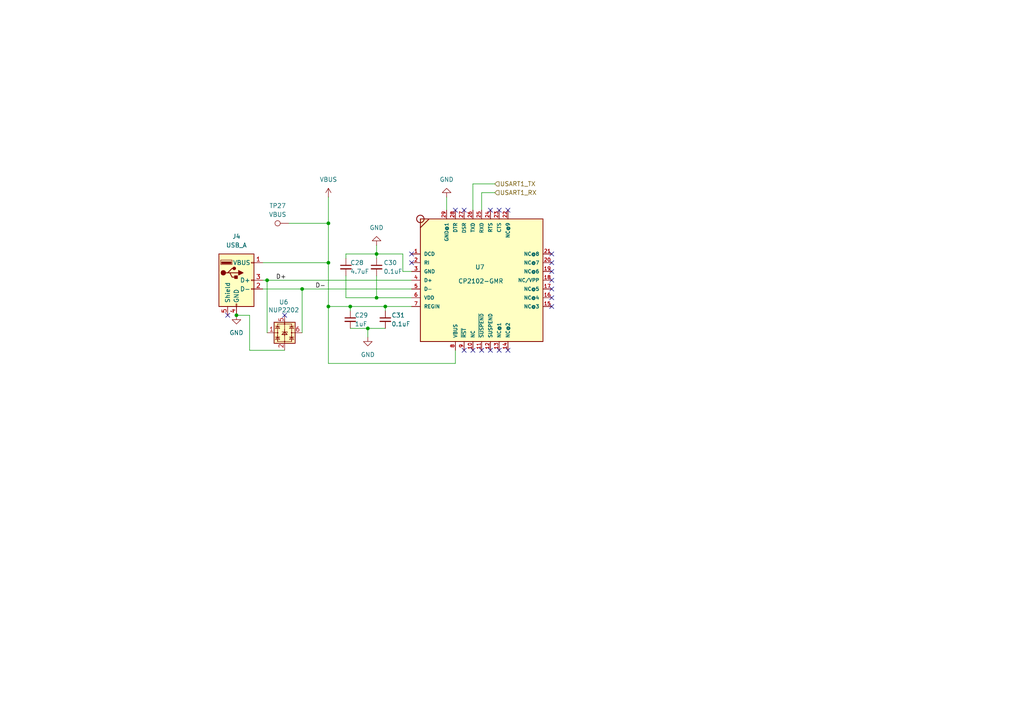
<source format=kicad_sch>
(kicad_sch (version 20231120) (generator "eeschema") (generator_version "8.0")
  (paper "A4")
  (lib_symbols
    (symbol "Connector:TestPoint" (pin_numbers hide) (pin_names (offset 0.762) hide)
      (property "Reference" "TP" (at 0 6.858 0))
      (property "Value" "TestPoint" (at 0 5.08 0))
      (symbol "TestPoint_0_1"
        (circle (center 0 3.302) (radius 0.762))
      )
      (symbol "TestPoint_1_1"
        (pin passive line (at 0 0 90) (length 2.54) (name "1") (number "1"))
      )
    )
    (symbol "Connector:USB_A" (pin_names (offset 1.016))
      (property "Reference" "J4" (at 0 12.7 0))
      (property "Value" "USB_A" (at 0 10.16 0))
      (symbol "USB_A_0_1"
        (rectangle (start -5.08 -7.62) (end 5.08 7.62) (stroke (width 0.254)) (fill (type background)))
        (circle (center -3.81 2.159) (radius 0.635) (stroke (width 0.254)) (fill (type outline)))
        (rectangle (start -1.524 4.826) (end -4.318 5.334) (fill (type outline)))
        (rectangle (start -1.27 4.572) (end -4.572 5.842))
        (circle (center -0.635 3.429) (radius 0.381) (stroke (width 0.254)) (fill (type outline)))
        (rectangle (start -0.127 -7.62) (end 0.127 -6.858))
        (polyline (pts (xy -3.175 2.159) (xy -2.54 2.159) (xy -1.27 3.429) (xy -0.635 3.429)) (stroke (width 0.254)))
        (polyline (pts (xy -2.54 2.159) (xy -1.905 2.159) (xy -1.27 0.889) (xy 0 0.889)) (stroke (width 0.254)))
        (polyline (pts (xy 0.635 2.794) (xy 0.635 1.524) (xy 1.905 2.159) (xy 0.635 2.794)) (stroke (width 0.254)) (fill (type outline)))
        (rectangle (start 0.254 1.27) (end -0.508 0.508) (stroke (width 0.254)) (fill (type outline)))
        (rectangle (start 5.08 -2.667) (end 4.318 -2.413))
        (rectangle (start 5.08 -0.127) (end 4.318 0.127))
        (rectangle (start 5.08 4.953) (end 4.318 5.207))
      )
      (symbol "USB_A_1_1"
        (polyline (pts (xy -1.905 2.159) (xy 0.635 2.159)) (stroke (width 0.254)))
        (pin power_out line (at 7.62 5.08 180) (length 2.54) (name "VBUS") (number "1"))
        (pin bidirectional line (at 7.62 -2.54 180) (length 2.54) (name "D-") (number "2"))
        (pin bidirectional line (at 7.62 0 180) (length 2.54) (name "D+") (number "3"))
        (pin power_in line (at 0 -10.16 90) (length 2.54) (name "GND") (number "4"))
        (pin passive line (at -2.54 -10.16 90) (length 2.54) (name "Shield") (number "5"))
      )
    )
    (symbol "Device:C_Small" (pin_numbers hide) (pin_names (offset 0.254) hide)
      (property "Reference" "C" (at 0.254 1.778 0))
      (property "Value" "C_Small" (at 0.254 -2.032 0))
      (symbol "C_Small_0_1"
        (polyline (pts (xy -1.524 -0.508) (xy 1.524 -0.508)) (stroke (width 0.3302)))
        (polyline (pts (xy -1.524 0.508) (xy 1.524 0.508)) (stroke (width 0.3048)))
      )
      (symbol "C_Small_1_1"
        (pin passive line (at 0 2.54 270) (length 2.032) (name "~") (number "1"))
        (pin passive line (at 0 -2.54 90) (length 2.032) (name "~") (number "2"))
      )
    )
    (symbol "EinkComponentLibrary:INTERFACE-CP2102-GMR_QFN28_" (pin_names (offset 1.016))
      (property "Reference" "U" (at -17.8087 20.3528 0))
      (property "Value" "INTERFACE-CP2102-GMR_QFN28_" (at -14.986 -3.302 0))
      (symbol "INTERFACE-CP2102-GMR_QFN28__0_0"
        (circle (center -17.78 17.78) (radius 1.0776) (stroke (width 0.254)))
        (rectangle (start -17.78 17.78) (end 17.78 -17.78) (stroke (width 0.254)) (fill (type background)))
        (polyline (pts (xy -17.78 15.24) (xy -15.24 17.78)) (stroke (width 0.254)))
        (pin bidirectional line (at -20.32 7.62 0) (length 2.54) (name "DCD") (number "1"))
        (pin bidirectional line (at -2.54 -20.32 90) (length 2.54) (name "NC") (number "10"))
        (pin bidirectional line (at 0 -20.32 90) (length 2.54) (name "~{SUSPEND}") (number "11"))
        (pin bidirectional line (at 2.54 -20.32 90) (length 2.54) (name "SUSPEND") (number "12"))
        (pin bidirectional line (at 5.08 -20.32 90) (length 2.54) (name "NC@1") (number "13"))
        (pin bidirectional line (at 7.62 -20.32 90) (length 2.54) (name "NC@2") (number "14"))
        (pin bidirectional line (at 20.32 -7.62 180) (length 2.54) (name "NC@3") (number "15"))
        (pin bidirectional line (at 20.32 -5.08 180) (length 2.54) (name "NC@4") (number "16"))
        (pin bidirectional line (at 20.32 -2.54 180) (length 2.54) (name "NC@5") (number "17"))
        (pin bidirectional line (at 20.32 0 180) (length 2.54) (name "NC/VPP") (number "18"))
        (pin bidirectional line (at 20.32 2.54 180) (length 2.54) (name "NC@6") (number "19"))
        (pin bidirectional line (at -20.32 5.08 0) (length 2.54) (name "RI") (number "2"))
        (pin bidirectional line (at 20.32 5.08 180) (length 2.54) (name "NC@7") (number "20"))
        (pin bidirectional line (at 20.32 7.62 180) (length 2.54) (name "NC@8") (number "21"))
        (pin bidirectional line (at 7.62 20.32 270) (length 2.54) (name "NC@9") (number "22"))
        (pin bidirectional line (at 5.08 20.32 270) (length 2.54) (name "CTS") (number "23"))
        (pin bidirectional line (at 2.54 20.32 270) (length 2.54) (name "RTS") (number "24"))
        (pin bidirectional line (at 0 20.32 270) (length 2.54) (name "RXD") (number "25"))
        (pin bidirectional line (at -2.54 20.32 270) (length 2.54) (name "TXD") (number "26"))
        (pin bidirectional line (at -5.08 20.32 270) (length 2.54) (name "DSR") (number "27"))
        (pin bidirectional line (at -7.62 20.32 270) (length 2.54) (name "DTR") (number "28"))
        (pin bidirectional line (at -10.16 20.32 270) (length 2.54) (name "GND@1") (number "29"))
        (pin bidirectional line (at -20.32 2.54 0) (length 2.54) (name "GND") (number "3"))
        (pin bidirectional line (at -20.32 0 0) (length 2.54) (name "D+") (number "4"))
        (pin bidirectional line (at -20.32 -2.54 0) (length 2.54) (name "D-") (number "5"))
        (pin bidirectional line (at -20.32 -5.08 0) (length 2.54) (name "VDD") (number "6"))
        (pin bidirectional line (at -20.32 -7.62 0) (length 2.54) (name "REGIN") (number "7"))
        (pin bidirectional line (at -7.62 -20.32 90) (length 2.54) (name "VBUS") (number "8"))
        (pin bidirectional line (at -5.08 -20.32 90) (length 2.54) (name "~{RST}") (number "9"))
      )
    )
    (symbol "Power_Protection:NUP2202"
      (property "Reference" "U" (at -5.334 -2.54 0))
      (property "Value" "NUP2202" (at 6.35 1.27 90))
      (symbol "NUP2202_0_1"
        (rectangle (start -3.048 3.048) (end 3.048 -3.048) (stroke (width 0.254)) (fill (type background)))
        (circle (center -2.032 0) (radius 0.127))
        (circle (center -2.032 0) (radius 0.127))
        (circle (center 0 -2.54) (radius 0.127))
        (polyline (pts (xy -2.667 -1.27) (xy -1.397 -1.27)))
        (polyline (pts (xy -2.667 -1.27) (xy -1.397 -1.27)))
        (polyline (pts (xy -2.667 1.905) (xy -1.397 1.905)))
        (polyline (pts (xy -2.54 0) (xy -2.032 0)))
        (polyline (pts (xy -2.032 -2.54) (xy -2.032 -0.635)))
        (polyline (pts (xy -2.032 -2.54) (xy -2.032 -0.635)))
        (polyline (pts (xy -2.032 0.635) (xy -2.032 -0.635)))
        (polyline (pts (xy -2.032 0.635) (xy -2.032 2.54)))
        (polyline (pts (xy -2.032 2.54) (xy 2.032 2.54)))
        (polyline (pts (xy -0.762 0.254) (xy 0.762 0.254)))
        (polyline (pts (xy 0 -0.889) (xy 0 -2.54)))
        (polyline (pts (xy 0 -0.889) (xy 0 1.016)))
        (polyline (pts (xy 0 -0.889) (xy 0 1.016)))
        (polyline (pts (xy 0 1.016) (xy 0 3.81)))
        (polyline (pts (xy 0.762 0) (xy 0.762 0.254)))
        (polyline (pts (xy 1.397 -1.27) (xy 2.667 -1.27)))
        (polyline (pts (xy 1.397 -1.27) (xy 2.667 -1.27)))
        (polyline (pts (xy 1.397 1.905) (xy 2.667 1.905)))
        (polyline (pts (xy 2.032 -2.54) (xy -2.032 -2.54)))
        (polyline (pts (xy 2.032 -2.54) (xy 2.032 -0.635)))
        (polyline (pts (xy 2.032 -2.54) (xy 2.032 -0.635)))
        (polyline (pts (xy 2.032 0) (xy 2.54 0)))
        (polyline (pts (xy 2.032 0.635) (xy 2.032 -0.635)))
        (polyline (pts (xy 2.032 0.635) (xy 2.032 2.54)))
        (polyline (pts (xy -2.667 -1.905) (xy -1.397 -1.905) (xy -2.032 -1.27) (xy -2.667 -1.905)))
        (polyline (pts (xy -2.667 1.27) (xy -1.397 1.27) (xy -2.032 1.905) (xy -2.667 1.27)))
        (polyline (pts (xy -0.762 -0.508) (xy 0.762 -0.508) (xy 0 0.254) (xy -0.762 -0.508)))
        (polyline (pts (xy -0.762 -0.508) (xy 0.762 -0.508) (xy 0 0.254) (xy -0.762 -0.508)))
        (polyline (pts (xy 1.397 -1.905) (xy 2.667 -1.905) (xy 2.032 -1.27) (xy 1.397 -1.905)))
        (polyline (pts (xy 1.397 1.27) (xy 2.667 1.27) (xy 2.032 1.905) (xy 1.397 1.27)))
        (circle (center 0 2.54) (radius 0.127))
        (circle (center 2.032 0) (radius 0.127))
        (circle (center 2.032 0) (radius 0.127))
      )
      (symbol "NUP2202_1_1"
        (pin passive line (at -5.08 0 0) (length 2.54) (name "~") (number "1"))
        (pin passive line (at 0 -5.08 90) (length 2.54) (name "~") (number "2"))
        (pin no_connect line (at 0 -2.54 90) (length 2.54) hide (name "~") (number "3"))
        (pin no_connect line (at 0 2.54 270) (length 2.54) hide (name "~") (number "4"))
        (pin passive line (at 0 5.08 270) (length 2.54) (name "~") (number "5"))
        (pin passive line (at 5.08 0 180) (length 2.54) (name "~") (number "6"))
      )
    )
    (symbol "power:GND" (power) (pin_numbers hide) (pin_names (offset 0) hide)
      (property "Value" "GND" (at 0 -3.81 0))
      (symbol "GND_0_1"
        (polyline (pts (xy 0 0) (xy 0 -1.27) (xy 1.27 -1.27) (xy 0 -2.54) (xy -1.27 -1.27) (xy 0 -1.27)))
      )
      (symbol "GND_1_1"
        (pin power_in line (at 0 0 270) (length 0) (name "~") (number "1"))
      )
    )
    (symbol "power:VBUS" (power) (pin_numbers hide) (pin_names (offset 0) hide)
      (property "Value" "VBUS" (at 0 3.556 0))
      (symbol "VBUS_0_1"
        (polyline (pts (xy -0.762 1.27) (xy 0 2.54)))
        (polyline (pts (xy 0 0) (xy 0 2.54)))
        (polyline (pts (xy 0 2.54) (xy 0.762 1.27)))
      )
      (symbol "VBUS_1_1"
        (pin power_in line (at 0 0 90) (length 0) (name "~") (number "1"))
      )
    )
  )
  (junction (at 101.6 88.9))
  (junction (at 109.22 86.36))
  (junction (at 95.25 88.9))
  (junction (at 95.25 64.77))
  (junction (at 77.47 81.28))
  (junction (at 95.25 76.2))
  (junction (at 106.68 95.25))
  (junction (at 68.58 91.44))
  (junction (at 109.22 73.66))
  (junction (at 87.63 83.82))
  (junction (at 111.76 88.9))
  (no_connect (at 66.04 91.44))
  (no_connect (at 160.02 83.82))
  (no_connect (at 160.02 73.66))
  (no_connect (at 160.02 76.2))
  (no_connect (at 119.38 76.2))
  (no_connect (at 137.16 101.6))
  (no_connect (at 160.02 86.36))
  (no_connect (at 142.24 60.96))
  (no_connect (at 132.08 60.96))
  (no_connect (at 82.55 91.44))
  (no_connect (at 119.38 73.66))
  (no_connect (at 160.02 81.28))
  (no_connect (at 134.62 60.96))
  (no_connect (at 142.24 101.6))
  (no_connect (at 160.02 78.74))
  (no_connect (at 144.78 60.96))
  (no_connect (at 147.32 101.6))
  (no_connect (at 147.32 60.96))
  (no_connect (at 160.02 88.9))
  (no_connect (at 134.62 101.6))
  (no_connect (at 144.78 101.6))
  (no_connect (at 139.7 101.6))
  (wire (pts (xy 100.33 74.93) (xy 100.33 73.66)))
  (wire (pts (xy 129.54 57.15) (xy 129.54 60.96)))
  (wire (pts (xy 139.7 55.88) (xy 143.51 55.88)))
  (wire (pts (xy 109.22 86.36) (xy 119.38 86.36)))
  (wire (pts (xy 95.25 105.41) (xy 95.25 88.9)))
  (wire (pts (xy 101.6 88.9) (xy 111.76 88.9)))
  (wire (pts (xy 95.25 88.9) (xy 101.6 88.9)))
  (wire (pts (xy 119.38 78.74) (xy 116.84 78.74)))
  (wire (pts (xy 132.08 105.41) (xy 95.25 105.41)))
  (wire (pts (xy 101.6 95.25) (xy 106.68 95.25)))
  (wire (pts (xy 68.58 91.44) (xy 72.39 91.44)))
  (wire (pts (xy 77.47 81.28) (xy 77.47 96.52)))
  (wire (pts (xy 137.16 60.96) (xy 137.16 53.34)))
  (wire (pts (xy 101.6 88.9) (xy 101.6 90.17)))
  (wire (pts (xy 95.25 64.77) (xy 83.82 64.77)))
  (wire (pts (xy 111.76 88.9) (xy 111.76 90.17)))
  (wire (pts (xy 87.63 83.82) (xy 119.38 83.82)))
  (wire (pts (xy 76.2 81.28) (xy 77.47 81.28)))
  (wire (pts (xy 77.47 81.28) (xy 119.38 81.28)))
  (wire (pts (xy 72.39 101.6) (xy 72.39 91.44)))
  (wire (pts (xy 106.68 95.25) (xy 111.76 95.25)))
  (wire (pts (xy 95.25 88.9) (xy 95.25 76.2)))
  (wire (pts (xy 137.16 53.34) (xy 143.51 53.34)))
  (wire (pts (xy 109.22 80.01) (xy 109.22 86.36)))
  (wire (pts (xy 95.25 64.77) (xy 95.25 76.2)))
  (wire (pts (xy 100.33 73.66) (xy 109.22 73.66)))
  (wire (pts (xy 95.25 57.15) (xy 95.25 64.77)))
  (wire (pts (xy 106.68 95.25) (xy 106.68 97.79)))
  (wire (pts (xy 87.63 83.82) (xy 87.63 96.52)))
  (wire (pts (xy 109.22 73.66) (xy 109.22 74.93)))
  (wire (pts (xy 139.7 60.96) (xy 139.7 55.88)))
  (wire (pts (xy 116.84 78.74) (xy 116.84 73.66)))
  (wire (pts (xy 109.22 71.12) (xy 109.22 73.66)))
  (wire (pts (xy 100.33 86.36) (xy 109.22 86.36)))
  (wire (pts (xy 100.33 80.01) (xy 100.33 86.36)))
  (wire (pts (xy 82.55 101.6) (xy 72.39 101.6)))
  (wire (pts (xy 111.76 88.9) (xy 119.38 88.9)))
  (wire (pts (xy 76.2 76.2) (xy 95.25 76.2)))
  (wire (pts (xy 76.2 83.82) (xy 87.63 83.82)))
  (wire (pts (xy 109.22 73.66) (xy 116.84 73.66)))
  (wire (pts (xy 132.08 105.41) (xy 132.08 101.6)))
  (label "D-" (at 91.44 83.82 0))
  (label "D+" (at 80.01 81.28 0))
  (hierarchical_label "USART1_RX" (shape input) (at 143.51 55.88 0))
  (hierarchical_label "USART1_TX" (shape input) (at 143.51 53.34 0))
  (symbol (lib_id "Connector:TestPoint") (at 83.82 64.77 90) (unit 1)
    (property "Reference" "TP27" (at 80.518 59.69 90))
    (property "Value" "VBUS" (at 80.518 62.23 90))
    (property "Footprint" "TestPoint:TestPoint_Pad_1.0x1.0mm" (effects (hide yes)))
    (property "Description" "test point" (effects (hide yes)))
  )
  (symbol (lib_id "Device:C_Small") (at 101.6 92.71 0) (unit 1)
    (property "Reference" "C29" (at 102.87 91.44 0) (effects (justify left)))
    (property "Value" "1uF" (at 102.87 93.98 0) (effects (justify left)))
    (property "Footprint" "Capacitor_SMD:C_0805_2012Metric_Pad1.18x1.45mm_HandSolder" (effects (hide yes)))
    (property "Description" "Unpolarized capacitor, small symbol" (effects (hide yes)))
  )
  (symbol (lib_id "EinkComponentLibrary:INTERFACE-CP2102-GMR_QFN28_") (at 139.7 81.28 0) (unit 1)
    (property "Reference" "U7" (at 139.192 77.47 0))
    (property "Value" "CP2102-GMR" (at 139.446 81.534 0))
    (property "Footprint" "PCB_Lib:CP2102" (effects (hide yes)))
    (property "MPN" "CP2102-GMR" (effects (hide yes)))
  )
  (symbol (lib_id "Device:C_Small") (at 100.33 77.47 0) (unit 1)
    (property "Reference" "C28" (at 101.6 76.2 0) (effects (justify left)))
    (property "Value" "4.7uF" (at 101.6 78.74 0) (effects (justify left)))
    (property "Footprint" "Capacitor_SMD:C_0805_2012Metric_Pad1.18x1.45mm_HandSolder" (effects (hide yes)))
    (property "Description" "Unpolarized capacitor, small symbol" (effects (hide yes)))
  )
  (symbol (lib_id "power:VBUS") (at 95.25 57.15 0) (unit 1)
    (property "Reference" "#PWR026" (effects (hide yes)))
    (property "Value" "VBUS" (at 95.25 52.07 0))
    (property "Description" "Power symbol creates a global label with name \"VBUS\"" (effects (hide yes)))
  )
  (symbol (lib_id "Connector:USB_A") (at 68.58 81.28 0) (unit 1)
    (property "Reference" "J4" (at 68.58 68.58 0))
    (property "Value" "USB_A" (at 68.58 71.12 0))
    (property "Footprint" "Connector_USB:USB_A_Receptacle_GCT_USB1046" (effects (hide yes)))
    (property "Description" "USB Type A connector" (effects (hide yes)))
  )
  (symbol (lib_id "power:GND") (at 129.54 57.15 180) (unit 1)
    (property "Reference" "#PWR029" (effects (hide yes)))
    (property "Value" "GND" (at 129.54 52.07 0))
    (property "Description" "Power symbol creates a global label with name \"GND\" , ground" (effects (hide yes)))
  )
  (symbol (lib_id "power:GND") (at 109.22 71.12 180) (unit 1)
    (property "Reference" "#PWR028" (effects (hide yes)))
    (property "Value" "GND" (at 109.22 66.04 0))
    (property "Description" "Power symbol creates a global label with name \"GND\" , ground" (effects (hide yes)))
  )
  (symbol (lib_id "Device:C_Small") (at 109.22 77.47 0) (unit 1)
    (property "Reference" "C30" (at 111.252 76.2 0) (effects (justify left)))
    (property "Value" "0.1uF" (at 111.252 78.74 0) (effects (justify left)))
    (property "Footprint" "Capacitor_SMD:C_0805_2012Metric_Pad1.18x1.45mm_HandSolder" (effects (hide yes)))
    (property "Description" "Unpolarized capacitor, small symbol" (effects (hide yes)))
  )
  (symbol (lib_id "power:GND") (at 68.58 91.44 0) (unit 1)
    (property "Reference" "#PWR025" (effects (hide yes)))
    (property "Value" "GND" (at 68.58 96.52 0))
    (property "Description" "Power symbol creates a global label with name \"GND\" , ground" (effects (hide yes)))
  )
  (symbol (lib_id "Device:C_Small") (at 111.76 92.71 0) (unit 1)
    (property "Reference" "C31" (at 113.538 91.44 0) (effects (justify left)))
    (property "Value" "0.1uF" (at 113.538 93.98 0) (effects (justify left)))
    (property "Footprint" "Capacitor_SMD:C_0805_2012Metric_Pad1.18x1.45mm_HandSolder" (effects (hide yes)))
    (property "Description" "Unpolarized capacitor, small symbol" (effects (hide yes)))
  )
  (symbol (lib_id "power:GND") (at 106.68 97.79 0) (unit 1)
    (property "Reference" "#PWR027" (effects (hide yes)))
    (property "Value" "GND" (at 106.68 102.87 0))
    (property "Description" "Power symbol creates a global label with name \"GND\" , ground" (effects (hide yes)))
  )
  (symbol (lib_id "Power_Protection:NUP2202") (at 82.55 96.52 0) (unit 1)
    (property "Reference" "U6" (at 82.296 87.63 0))
    (property "Value" "NUP2202" (at 82.296 89.916 0))
    (property "Footprint" "Package_TO_SOT_SMD:SOT-363_SC-70-6" (effects (hide yes)))
    (property "Datasheet" "https://www.onsemi.com/pdf/datasheet/nup2202w1-d.pdf" (effects (hide yes)))
    (property "Description" "Transient voltage suppressor designed to protect high speed data lines from ESD, EFT, and lightning" (effects (hide yes)))
  )
)
</source>
